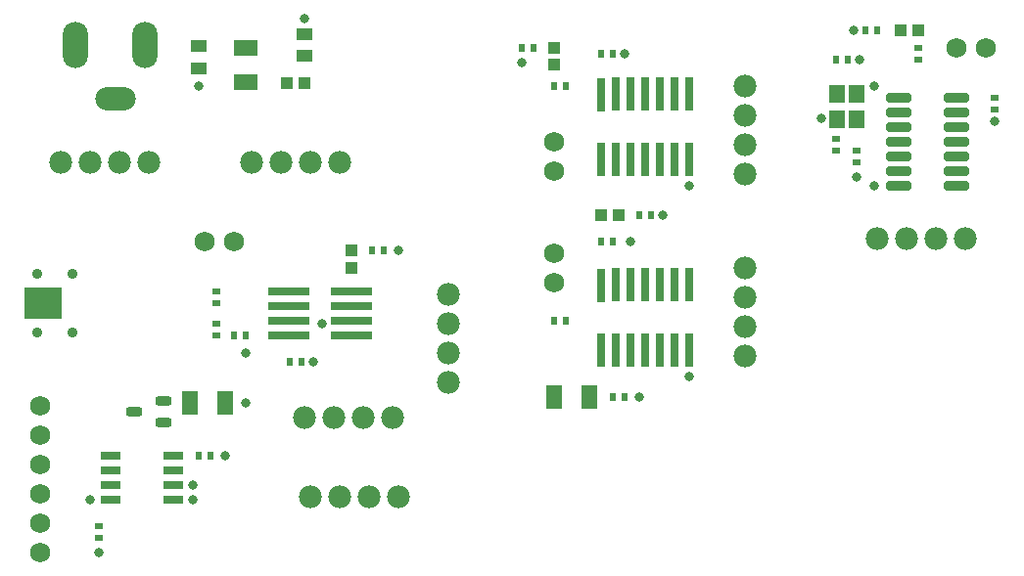
<source format=gts>
G04*
G04 #@! TF.GenerationSoftware,Altium Limited,Altium Designer,23.1.1 (15)*
G04*
G04 Layer_Color=8388736*
%FSLAX44Y44*%
%MOMM*%
G71*
G04*
G04 #@! TF.SameCoordinates,1FA4A5A5-67A0-4D6D-842F-5CAA9539815A*
G04*
G04*
G04 #@! TF.FilePolarity,Negative*
G04*
G01*
G75*
%ADD24R,0.6000X0.7000*%
%ADD27R,0.7000X0.6000*%
%ADD33R,1.4500X1.0000*%
%ADD38R,1.0032X1.0032*%
%ADD39R,1.0032X1.0032*%
%ADD40R,1.4031X1.6030*%
G04:AMPARAMS|DCode=41|XSize=2.1732mm|YSize=0.8032mm|CornerRadius=0.2516mm|HoleSize=0mm|Usage=FLASHONLY|Rotation=0.000|XOffset=0mm|YOffset=0mm|HoleType=Round|Shape=RoundedRectangle|*
%AMROUNDEDRECTD41*
21,1,2.1732,0.3000,0,0,0.0*
21,1,1.6700,0.8032,0,0,0.0*
1,1,0.5032,0.8350,-0.1500*
1,1,0.5032,-0.8350,-0.1500*
1,1,0.5032,-0.8350,0.1500*
1,1,0.5032,0.8350,0.1500*
%
%ADD41ROUNDEDRECTD41*%
%ADD42R,1.3208X2.0066*%
%ADD43R,1.7532X0.8032*%
G04:AMPARAMS|DCode=44|XSize=1.4132mm|YSize=0.7932mm|CornerRadius=0.2491mm|HoleSize=0mm|Usage=FLASHONLY|Rotation=180.000|XOffset=0mm|YOffset=0mm|HoleType=Round|Shape=RoundedRectangle|*
%AMROUNDEDRECTD44*
21,1,1.4132,0.2950,0,0,180.0*
21,1,0.9150,0.7932,0,0,180.0*
1,1,0.4982,-0.4575,0.1475*
1,1,0.4982,0.4575,0.1475*
1,1,0.4982,0.4575,-0.1475*
1,1,0.4982,-0.4575,-0.1475*
%
%ADD44ROUNDEDRECTD44*%
%ADD45R,0.8032X2.8532*%
%ADD46R,3.2512X2.7432*%
%ADD47R,2.0066X1.3208*%
%ADD48R,3.6032X0.8032*%
%ADD49C,1.9812*%
%ADD50C,1.7272*%
%ADD51O,3.5032X2.0032*%
%ADD52O,2.2032X4.0032*%
%ADD53C,0.8382*%
%ADD54C,0.9144*%
D24*
X167560Y101600D02*
D03*
X157560D02*
D03*
X734060Y469900D02*
D03*
X744060D02*
D03*
X548560Y309880D02*
D03*
X538560D02*
D03*
X317500Y279400D02*
D03*
X307500D02*
D03*
X718820Y444500D02*
D03*
X708820D02*
D03*
X437040Y454660D02*
D03*
X447040D02*
D03*
X515460Y287020D02*
D03*
X505460D02*
D03*
X474900Y218440D02*
D03*
X464900D02*
D03*
X525700Y152400D02*
D03*
X515700D02*
D03*
X474900Y421640D02*
D03*
X464900D02*
D03*
X236300Y182880D02*
D03*
X246300D02*
D03*
X515540Y449580D02*
D03*
X505540D02*
D03*
X198040Y205740D02*
D03*
X188040D02*
D03*
D27*
X71120Y30560D02*
D03*
Y40560D02*
D03*
X708660Y375840D02*
D03*
Y365840D02*
D03*
X726440Y355680D02*
D03*
Y365680D02*
D03*
X779780Y444580D02*
D03*
Y454580D02*
D03*
X845820Y401320D02*
D03*
Y411320D02*
D03*
X172720Y205820D02*
D03*
Y215820D02*
D03*
Y233840D02*
D03*
Y243840D02*
D03*
D33*
X248920Y447700D02*
D03*
Y466700D02*
D03*
X157480Y455880D02*
D03*
Y436880D02*
D03*
D38*
X505580Y309880D02*
D03*
X520580D02*
D03*
X779660Y469900D02*
D03*
X764660D02*
D03*
X233920Y424180D02*
D03*
X248920D02*
D03*
D39*
X464820Y439660D02*
D03*
Y454660D02*
D03*
X289560Y264280D02*
D03*
Y279280D02*
D03*
D40*
X709821Y414859D02*
D03*
Y392859D02*
D03*
X726821Y414859D02*
D03*
Y392858D02*
D03*
D41*
X812800Y411480D02*
D03*
Y398780D02*
D03*
Y386080D02*
D03*
Y373380D02*
D03*
Y360680D02*
D03*
Y347980D02*
D03*
Y335280D02*
D03*
X763300D02*
D03*
Y347980D02*
D03*
Y360680D02*
D03*
Y373380D02*
D03*
Y386080D02*
D03*
Y398780D02*
D03*
Y411480D02*
D03*
D42*
X180086Y147320D02*
D03*
X150114D02*
D03*
X465074Y152400D02*
D03*
X495046D02*
D03*
D43*
X81280Y101600D02*
D03*
Y88900D02*
D03*
Y76200D02*
D03*
Y63500D02*
D03*
X135280Y101600D02*
D03*
Y88900D02*
D03*
Y76200D02*
D03*
Y63500D02*
D03*
D44*
X126850Y149200D02*
D03*
X101750Y139700D02*
D03*
X126850Y130200D02*
D03*
D45*
X505460Y248920D02*
D03*
X518160Y249340D02*
D03*
X530860D02*
D03*
X543560D02*
D03*
X556260D02*
D03*
X568960D02*
D03*
X581660D02*
D03*
Y192620D02*
D03*
X568960D02*
D03*
X556260D02*
D03*
X543560D02*
D03*
X530860D02*
D03*
X518160D02*
D03*
X505460D02*
D03*
Y414020D02*
D03*
X518160Y414440D02*
D03*
X530860D02*
D03*
X543560D02*
D03*
X556260D02*
D03*
X568960D02*
D03*
X581660D02*
D03*
Y357720D02*
D03*
X568960D02*
D03*
X556260D02*
D03*
X543560D02*
D03*
X530860D02*
D03*
X518160D02*
D03*
X505460D02*
D03*
D46*
X22987Y233426D02*
D03*
D47*
X198120Y424434D02*
D03*
Y454406D02*
D03*
D48*
X235560Y205740D02*
D03*
Y218440D02*
D03*
Y231140D02*
D03*
Y243840D02*
D03*
X289560D02*
D03*
Y231140D02*
D03*
Y218440D02*
D03*
Y205740D02*
D03*
D49*
X795020Y289560D02*
D03*
X820420D02*
D03*
X744220D02*
D03*
X769620D02*
D03*
X629920Y238760D02*
D03*
Y264160D02*
D03*
Y187960D02*
D03*
Y213360D02*
D03*
X299720Y134620D02*
D03*
X325120D02*
D03*
X248920D02*
D03*
X274320D02*
D03*
X88900Y355600D02*
D03*
X114300D02*
D03*
X38100D02*
D03*
X63500D02*
D03*
X279400Y66040D02*
D03*
X254000D02*
D03*
X330200D02*
D03*
X304800D02*
D03*
X373380Y215900D02*
D03*
Y241300D02*
D03*
Y165100D02*
D03*
Y190500D02*
D03*
X629920Y370840D02*
D03*
Y345440D02*
D03*
Y421640D02*
D03*
Y396240D02*
D03*
X228600Y355600D02*
D03*
X203200D02*
D03*
X279400D02*
D03*
X254000D02*
D03*
D50*
X838200Y454660D02*
D03*
X812800D02*
D03*
X464820Y276860D02*
D03*
Y251460D02*
D03*
Y347980D02*
D03*
Y373380D02*
D03*
X162560Y287020D02*
D03*
X187960D02*
D03*
X20320Y144780D02*
D03*
Y119380D02*
D03*
Y93980D02*
D03*
Y68580D02*
D03*
Y17780D02*
D03*
Y43180D02*
D03*
D51*
X85800Y410700D02*
D03*
D52*
X50800Y457200D02*
D03*
X110800D02*
D03*
D53*
X436880Y441960D02*
D03*
X180340Y101600D02*
D03*
X695960Y393700D02*
D03*
X723900Y469900D02*
D03*
X558800Y309880D02*
D03*
X330200Y279400D02*
D03*
X152400Y76200D02*
D03*
X71120Y17780D02*
D03*
X198120Y147320D02*
D03*
X728980Y444500D02*
D03*
X741680Y421640D02*
D03*
X845820Y391160D02*
D03*
X726440Y342900D02*
D03*
X741680Y335280D02*
D03*
X264160Y215900D02*
D03*
X530860Y287020D02*
D03*
X538480Y152400D02*
D03*
X581660Y170180D02*
D03*
X525780Y449580D02*
D03*
X581660Y335280D02*
D03*
X63500Y63500D02*
D03*
X152400D02*
D03*
X256540Y182880D02*
D03*
X198120Y190500D02*
D03*
X248920Y480060D02*
D03*
X157480Y421640D02*
D03*
D54*
X17907Y208026D02*
D03*
X48387D02*
D03*
Y258826D02*
D03*
X17907D02*
D03*
M02*

</source>
